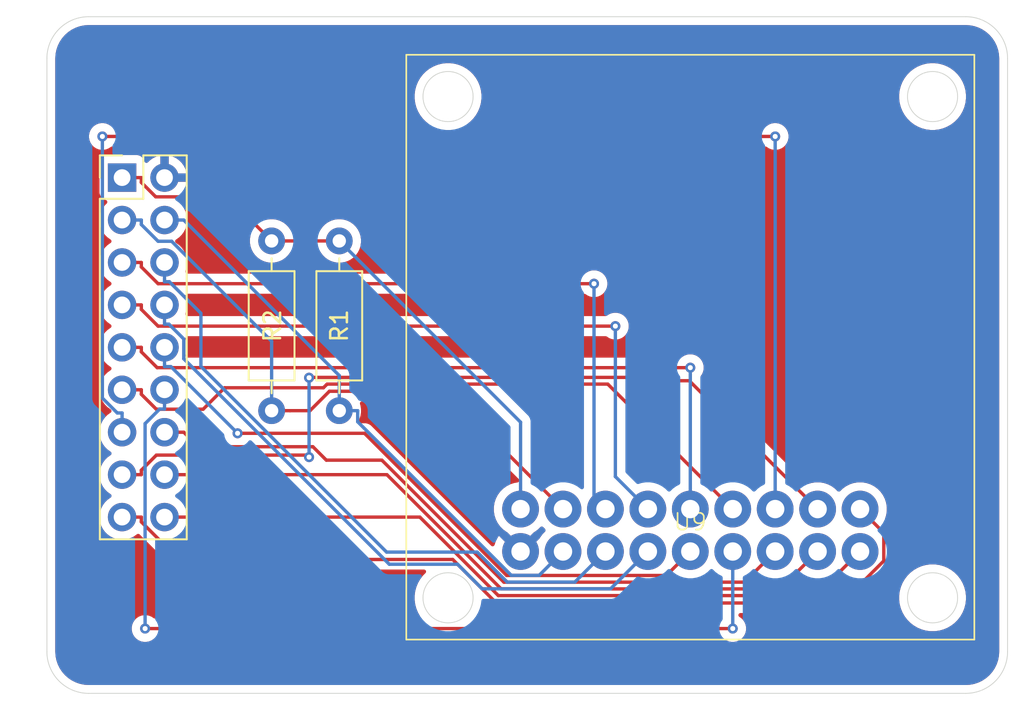
<source format=kicad_pcb>
(kicad_pcb (version 20241229) (generator "pcbnew") (generator_version "9.0")
  (layers (0 "F.Cu" signal) (2 "B.Cu" signal) (13 "F.Paste" user) (15 "B.Paste" user) (5 "F.SilkS" user "F.Silkscreen") (7 "B.SilkS" user "B.Silkscreen") (1 "F.Mask" user) (3 "B.Mask" user) (25 "Edge.Cuts" user))
  (net 0 "")
  (net 1 "GND")
  (net 2 "+3.3V")
  (net 3 "D1")
  (net 4 "PWDN")
  (net 5 "D2")
  (net 6 "D4")
  (net 7 "D5")
  (net 8 "D7")
  (net 9 "PCLK")
  (net 10 "SOIC")
  (net 11 "D6")
  (net 12 "HREF")
  (net 13 "SOID")
  (net 14 "XCLK")
  (net 15 "D3")
  (net 16 "D0")
  (net 17 "VSYNC")
  (net 18 "RESET")
  (footprint "Connector_PinHeader_2.54mm:PinHeader_2x09_P2.54mm_Vertical" (layer "F.Cu") (at 137.5 52.63)
    (property "Reference" "J1" (hide yes))
    (property "Value" "Conn_02x09_Odd_Even")
    (fp_line (start -1.33 -1.33) (end 0 -1.33) (stroke (width 0.12)) (layer "F.SilkS"))
    (fp_line (start -1.33 0) (end -1.33 -1.33) (stroke (width 0.12)) (layer "F.SilkS"))
    (fp_line (start -1.33 1.27) (end -1.33 21.65) (stroke (width 0.12)) (layer "F.SilkS"))
    (fp_line (start -1.33 1.27) (end 1.27 1.27) (stroke (width 0.12)) (layer "F.SilkS"))
    (fp_line (start -1.33 21.65) (end 3.87 21.65) (stroke (width 0.12)) (layer "F.SilkS"))
    (fp_line (start 1.27 -1.33) (end 3.87 -1.33) (stroke (width 0.12)) (layer "F.SilkS"))
    (fp_line (start 1.27 1.27) (end 1.27 -1.33) (stroke (width 0.12)) (layer "F.SilkS"))
    (fp_line (start 3.87 -1.33) (end 3.87 21.65) (stroke (width 0.12)) (layer "F.SilkS"))
    (pad "1" thru_hole rect (at 0 0) (size 1.7 1.7) (drill 1) (layers "*.Cu" "*.Mask") (net 2 "+3.3V"))
    (pad "2" thru_hole oval (at 2.54 0) (size 1.7 1.7) (drill 1) (layers "*.Cu" "*.Mask") (net 1 "GND"))
    (pad "3" thru_hole oval (at 0 2.54) (size 1.7 1.7) (drill 1) (layers "*.Cu" "*.Mask") (net 10 "SOIC"))
    (pad "4" thru_hole oval (at 2.54 2.54) (size 1.7 1.7) (drill 1) (layers "*.Cu" "*.Mask") (net 13 "SOID"))
    (pad "5" thru_hole oval (at 0 5.08) (size 1.7 1.7) (drill 1) (layers "*.Cu" "*.Mask") (net 17 "VSYNC"))
    (pad "6" thru_hole oval (at 2.54 5.08) (size 1.7 1.7) (drill 1) (layers "*.Cu" "*.Mask") (net 12 "HREF"))
    (pad "7" thru_hole oval (at 0 7.62) (size 1.7 1.7) (drill 1) (layers "*.Cu" "*.Mask") (net 9 "PCLK"))
    (pad "8" thru_hole oval (at 2.54 7.62) (size 1.7 1.7) (drill 1) (layers "*.Cu" "*.Mask") (net 14 "XCLK"))
    (pad "9" thru_hole oval (at 0 10.16) (size 1.7 1.7) (drill 1) (layers "*.Cu" "*.Mask") (net 8 "D7"))
    (pad "10" thru_hole oval (at 2.54 10.16) (size 1.7 1.7) (drill 1) (layers "*.Cu" "*.Mask") (net 11 "D6"))
    (pad "11" thru_hole oval (at 0 12.7) (size 1.7 1.7) (drill 1) (layers "*.Cu" "*.Mask") (net 7 "D5"))
    (pad "12" thru_hole oval (at 2.54 12.7) (size 1.7 1.7) (drill 1) (layers "*.Cu" "*.Mask") (net 6 "D4"))
    (pad "13" thru_hole oval (at 0 15.24) (size 1.7 1.7) (drill 1) (layers "*.Cu" "*.Mask") (net 15 "D3"))
    (pad "14" thru_hole oval (at 2.54 15.24) (size 1.7 1.7) (drill 1) (layers "*.Cu" "*.Mask") (net 5 "D2"))
    (pad "15" thru_hole oval (at 0 17.78) (size 1.7 1.7) (drill 1) (layers "*.Cu" "*.Mask") (net 3 "D1"))
    (pad "16" thru_hole oval (at 2.54 17.78) (size 1.7 1.7) (drill 1) (layers "*.Cu" "*.Mask") (net 16 "D0"))
    (pad "17" thru_hole oval (at 0 20.32) (size 1.7 1.7) (drill 1) (layers "*.Cu" "*.Mask") (net 18 "RESET"))
    (pad "18" thru_hole oval (at 2.54 20.32) (size 1.7 1.7) (drill 1) (layers "*.Cu" "*.Mask") (net 4 "PWDN"))
  )
  (footprint "Resistor_THT:R_Axial_DIN0207_L6.3mm_D2.5mm_P10.16mm_Horizontal" (layer "F.Cu") (at 146.45 56.42 -90)
    (property "Reference" "R2" (at 5.08 -0.05 90) (layer "F.SilkS"))
    (property "Value" "4.7k")
    (fp_line (start 1.81 1.37) (end 8.35 1.37) (stroke (width 0.12)) (layer "F.SilkS"))
    (fp_line (start 8.35 1.37) (end 8.35 -1.37) (stroke (width 0.12)) (layer "F.SilkS"))
    (fp_line (start 1.04 0) (end 1.81 0) (stroke (width 0.12)) (layer "F.SilkS"))
    (fp_line (start 9.12 0) (end 8.35 0) (stroke (width 0.12)) (layer "F.SilkS"))
    (fp_line (start 1.81 -1.37) (end 1.81 1.37) (stroke (width 0.12)) (layer "F.SilkS"))
    (fp_line (start 8.35 -1.37) (end 1.81 -1.37) (stroke (width 0.12)) (layer "F.SilkS"))
    (pad "1" thru_hole circle (at 0 0 270) (size 1.6 1.6) (drill 0.8) (layers "*.Cu" "*.Mask") (net 2 "+3.3V"))
    (pad "2" thru_hole oval (at 10.16 0 270) (size 1.6 1.6) (drill 0.8) (layers "*.Cu" "*.Mask") (net 10 "SOIC"))
  )
  (footprint "Propia:OV7670" (layer "F.Cu") (at 171.51 73.74)
    (property "Reference" "U9" (at 0 -0.5 0) (layer "F.SilkS") (effects (font (thickness 0.1))))
    (property "Value" "~")
    (fp_line (start -17 -28.46) (end -17 6.54) (stroke (width 0.1)) (layer "F.SilkS"))
    (fp_line (start -17 6.54) (end 17 6.54) (stroke (width 0.1)) (layer "F.SilkS"))
    (fp_line (start 17 -28.46) (end -17 -28.46) (stroke (width 0.1)) (layer "F.SilkS"))
    (fp_line (start 17 6.54) (end 17 -28.46) (stroke (width 0.1)) (layer "F.SilkS"))
    (fp_circle (center -14.5 -25.96) (end -13 -25.96) (stroke (width 0.05)) (fill no) (layer "Edge.Cuts"))
    (fp_circle (center -14.5 4.04) (end -13 4.04) (stroke (width 0.05)) (fill no) (layer "Edge.Cuts"))
    (fp_circle (center 14.5 -25.96) (end 16 -25.96) (stroke (width 0.05)) (fill no) (layer "Edge.Cuts"))
    (fp_circle (center 14.5 4.04) (end 16 4.04) (stroke (width 0.05)) (fill no) (layer "Edge.Cuts"))
    (pad "1" thru_hole circle (at -10.16 -1.27) (size 2.2 2.2) (drill 1.1) (layers "*.Cu" "*.Mask") (net 2 "+3.3V"))
    (pad "2" thru_hole circle (at -10.16 1.27) (size 2.2 2.2) (drill 1.1) (layers "*.Cu" "*.Mask") (net 1 "GND"))
    (pad "3" thru_hole circle (at -7.62 -1.27) (size 2.2 2.2) (drill 1.1) (layers "*.Cu" "*.Mask") (net 10 "SOIC"))
    (pad "4" thru_hole circle (at -7.62 1.27) (size 2.2 2.2) (drill 1.1) (layers "*.Cu" "*.Mask") (net 13 "SOID"))
    (pad "5" thru_hole circle (at -5.08 -1.27) (size 2.2 2.2) (drill 1.1) (layers "*.Cu" "*.Mask") (net 17 "VSYNC"))
    (pad "6" thru_hole circle (at -5.08 1.27) (size 2.2 2.2) (drill 1.1) (layers "*.Cu" "*.Mask") (net 12 "HREF"))
    (pad "7" thru_hole circle (at -2.54 -1.27) (size 2.2 2.2) (drill 1.1) (layers "*.Cu" "*.Mask") (net 9 "PCLK"))
    (pad "8" thru_hole circle (at -2.54 1.27) (size 2.2 2.2) (drill 1.1) (layers "*.Cu" "*.Mask") (net 14 "XCLK"))
    (pad "9" thru_hole circle (at 0 -1.27) (size 2.2 2.2) (drill 1.1) (layers "*.Cu" "*.Mask") (net 8 "D7"))
    (pad "10" thru_hole circle (at 0 1.27) (size 2.2 2.2) (drill 1.1) (layers "*.Cu" "*.Mask") (net 11 "D6"))
    (pad "11" thru_hole circle (at 2.54 -1.27) (size 2.2 2.2) (drill 1.1) (layers "*.Cu" "*.Mask") (net 7 "D5"))
    (pad "12" thru_hole circle (at 2.54 1.27) (size 2.2 2.2) (drill 1.1) (layers "*.Cu" "*.Mask") (net 6 "D4"))
    (pad "13" thru_hole circle (at 5.08 -1.27) (size 2.2 2.2) (drill 1.1) (layers "*.Cu" "*.Mask") (net 15 "D3"))
    (pad "14" thru_hole circle (at 5.08 1.27) (size 2.2 2.2) (drill 1.1) (layers "*.Cu" "*.Mask") (net 5 "D2"))
    (pad "15" thru_hole circle (at 7.62 -1.27) (size 2.2 2.2) (drill 1.1) (layers "*.Cu" "*.Mask") (net 3 "D1"))
    (pad "16" thru_hole circle (at 7.62 1.27) (size 2.2 2.2) (drill 1.1) (layers "*.Cu" "*.Mask") (net 16 "D0"))
    (pad "17" thru_hole circle (at 10.16 -1.27) (size 2.2 2.2) (drill 1.1) (layers "*.Cu" "*.Mask") (net 18 "RESET"))
    (pad "18" thru_hole circle (at 10.16 1.27) (size 2.2 2.2) (drill 1.1) (layers "*.Cu" "*.Mask") (net 4 "PWDN"))
  )
  (footprint "Resistor_THT:R_Axial_DIN0207_L6.3mm_D2.5mm_P10.16mm_Horizontal" (layer "F.Cu") (at 150.5 56.42 -90)
    (property "Reference" "R1" (at 5.08 0 90) (layer "F.SilkS"))
    (property "Value" "4.7k")
    (fp_line (start 1.81 1.37) (end 8.35 1.37) (stroke (width 0.12)) (layer "F.SilkS"))
    (fp_line (start 8.35 1.37) (end 8.35 -1.37) (stroke (width 0.12)) (layer "F.SilkS"))
    (fp_line (start 1.04 0) (end 1.81 0) (stroke (width 0.12)) (layer "F.SilkS"))
    (fp_line (start 9.12 0) (end 8.35 0) (stroke (width 0.12)) (layer "F.SilkS"))
    (fp_line (start 1.81 -1.37) (end 1.81 1.37) (stroke (width 0.12)) (layer "F.SilkS"))
    (fp_line (start 8.35 -1.37) (end 1.81 -1.37) (stroke (width 0.12)) (layer "F.SilkS"))
    (pad "1" thru_hole circle (at 0 0 270) (size 1.6 1.6) (drill 0.8) (layers "*.Cu" "*.Mask") (net 2 "+3.3V"))
    (pad "2" thru_hole oval (at 10.16 0 270) (size 1.6 1.6) (drill 0.8) (layers "*.Cu" "*.Mask") (net 13 "SOID"))
  )
  (gr_arc (start 188 43) (mid 189.767767 43.732233) (end 190.5 45.5) (stroke (width 0.05)) (layer "Edge.Cuts"))
  (gr_arc (start 133 45.5) (mid 133.732233 43.732233) (end 135.5 43) (stroke (width 0.05)) (layer "Edge.Cuts"))
  (gr_line (start 190.5 45.5) (end 190.5 81) (stroke (width 0.05)) (layer "Edge.Cuts"))
  (gr_line (start 133 81) (end 133 45.5) (stroke (width 0.05)) (layer "Edge.Cuts"))
  (gr_arc (start 190.5 81) (mid 189.767767 82.767767) (end 188 83.5) (stroke (width 0.05)) (layer "Edge.Cuts"))
  (gr_line (start 135.5 43) (end 188 43) (stroke (width 0.05)) (layer "Edge.Cuts"))
  (gr_arc (start 135.5 83.5) (mid 133.732233 82.767767) (end 133 81) (stroke (width 0.05)) (layer "Edge.Cuts"))
  (gr_line (start 188 83.5) (end 135.5 83.5) (stroke (width 0.05)) (layer "Edge.Cuts"))
  (segment (start 137.5 52.63) (end 138.6517 52.63) (width 0.2) (layer "F.Cu") (net 2))
  (segment (start 143.8117 53.7817) (end 139.5154 53.7817) (width 0.2) (layer "F.Cu") (net 2))
  (segment (start 138.6517 52.918) (end 138.6517 52.63) (width 0.2) (layer "F.Cu") (net 2))
  (segment (start 139.5154 53.7817) (end 138.6517 52.918) (width 0.2) (layer "F.Cu") (net 2))
  (segment (start 150.5 56.42) (end 146.45 56.42) (width 0.2) (layer "F.Cu") (net 2))
  (segment (start 146.45 56.42) (end 143.8117 53.7817) (width 0.2) (layer "F.Cu") (net 2))
  (segment (start 161.35 67.27) (end 150.5 56.42) (width 0.2) (layer "B.Cu") (net 2))
  (segment (start 161.35 72.47) (end 161.35 67.27) (width 0.2) (layer "B.Cu") (net 2))
  (segment (start 139.553 69.2402) (end 138.6517 70.1415) (width 0.2) (layer "F.Cu") (net 3))
  (segment (start 170.6429 64.7887) (end 170.4427 64.5885) (width 0.2) (layer "F.Cu") (net 3))
  (segment (start 138.6517 70.1415) (end 138.6517 70.41) (width 0.2) (layer "F.Cu") (net 3))
  (segment (start 148.7109 64.5885) (end 148.6918 64.6076) (width 0.2) (layer "F.Cu") (net 3))
  (segment (start 148.6917 69.3606) (end 148.5713 69.2402) (width 0.2) (layer "F.Cu") (net 3))
  (segment (start 179.13 72.47) (end 171.4487 64.7887) (width 0.2) (layer "F.Cu") (net 3))
  (segment (start 170.4427 64.5885) (end 148.7109 64.5885) (width 0.2) (layer "F.Cu") (net 3))
  (segment (start 137.5 70.41) (end 138.6517 70.41) (width 0.2) (layer "F.Cu") (net 3))
  (segment (start 171.4487 64.7887) (end 170.6429 64.7887) (width 0.2) (layer "F.Cu") (net 3))
  (segment (start 148.5713 69.2402) (end 139.553 69.2402) (width 0.2) (layer "F.Cu") (net 3))
  (via (at 148.6917 69.3606) (size 0.6) (drill 0.3) (layers "F.Cu" "B.Cu") (net 3))
  (via (at 148.6918 64.6076) (size 0.6) (drill 0.3) (layers "F.Cu" "B.Cu") (net 3))
  (segment (start 148.6918 69.3606) (end 148.6918 64.6076) (width 0.2) (layer "B.Cu") (net 3))
  (segment (start 148.6917 69.3606) (end 148.6918 69.3606) (width 0.2) (layer "B.Cu") (net 3))
  (segment (start 140.04 72.95) (end 155.321 72.95) (width 0.2) (layer "F.Cu") (net 4))
  (segment (start 179.0312 77.6488) (end 181.67 75.01) (width 0.2) (layer "F.Cu") (net 4))
  (segment (start 155.321 72.95) (end 160.0198 77.6488) (width 0.2) (layer "F.Cu") (net 4))
  (segment (start 160.0198 77.6488) (end 179.0312 77.6488) (width 0.2) (layer "F.Cu") (net 4))
  (segment (start 160.3524 76.8454) (end 153.0487 69.5417) (width 0.2) (layer "F.Cu") (net 5))
  (segment (start 176.59 75.01) (end 174.7546 76.8454) (width 0.2) (layer "F.Cu") (net 5))
  (segment (start 148.9203 68.7383) (end 142.06 68.7383) (width 0.2) (layer "F.Cu") (net 5))
  (segment (start 153.0487 69.5417) (end 149.7237 69.5417) (width 0.2) (layer "F.Cu") (net 5))
  (segment (start 140.04 67.87) (end 141.1917 67.87) (width 0.2) (layer "F.Cu") (net 5))
  (segment (start 149.7237 69.5417) (end 148.9203 68.7383) (width 0.2) (layer "F.Cu") (net 5))
  (segment (start 142.06 68.7383) (end 141.1917 67.87) (width 0.2) (layer "F.Cu") (net 5))
  (segment (start 174.7546 76.8454) (end 160.3524 76.8454) (width 0.2) (layer "F.Cu") (net 5))
  (segment (start 138.8771 79.6222) (end 174.05 79.6222) (width 0.2) (layer "F.Cu") (net 6))
  (via (at 174.05 79.6222) (size 0.6) (drill 0.3) (layers "F.Cu" "B.Cu") (net 6))
  (via (at 138.8771 79.6222) (size 0.6) (drill 0.3) (layers "F.Cu" "B.Cu") (net 6))
  (segment (start 140.04 65.33) (end 140.04 66.4817) (width 0.2) (layer "B.Cu") (net 6))
  (segment (start 174.05 75.01) (end 174.05 79.6222) (width 0.2) (layer "B.Cu") (net 6))
  (segment (start 139.7521 66.4817) (end 138.8771 67.3567) (width 0.2) (layer "B.Cu") (net 6))
  (segment (start 140.04 66.4817) (end 139.7521 66.4817) (width 0.2) (layer "B.Cu") (net 6))
  (segment (start 138.8771 67.3567) (end 138.8771 79.6222) (width 0.2) (layer "B.Cu") (net 6))
  (segment (start 149.7689 64.9902) (end 149.5498 65.2093) (width 0.2) (layer "F.Cu") (net 7))
  (segment (start 138.6517 65.5985) (end 138.6517 65.33) (width 0.2) (layer "F.Cu") (net 7))
  (segment (start 137.5 65.33) (end 138.6517 65.33) (width 0.2) (layer "F.Cu") (net 7))
  (segment (start 149.5498 65.2093) (end 143.6356 65.2093) (width 0.2) (layer "F.Cu") (net 7))
  (segment (start 143.6356 65.2093) (end 142.3518 66.4931) (width 0.2) (layer "F.Cu") (net 7))
  (segment (start 139.5463 66.4931) (end 138.6517 65.5985) (width 0.2) (layer "F.Cu") (net 7))
  (segment (start 166.5702 64.9902) (end 149.7689 64.9902) (width 0.2) (layer "F.Cu") (net 7))
  (segment (start 142.3518 66.4931) (end 139.5463 66.4931) (width 0.2) (layer "F.Cu") (net 7))
  (segment (start 174.05 72.47) (end 166.5702 64.9902) (width 0.2) (layer "F.Cu") (net 7))
  (segment (start 139.5991 64.0059) (end 171.51 64.0059) (width 0.2) (layer "F.Cu") (net 8))
  (segment (start 138.6517 62.79) (end 138.6517 63.0585) (width 0.2) (layer "F.Cu") (net 8))
  (segment (start 137.5 62.79) (end 138.6517 62.79) (width 0.2) (layer "F.Cu") (net 8))
  (segment (start 138.6517 63.0585) (end 139.5991 64.0059) (width 0.2) (layer "F.Cu") (net 8))
  (via (at 171.51 64.0059) (size 0.6) (drill 0.3) (layers "F.Cu" "B.Cu") (net 8))
  (segment (start 171.51 72.47) (end 171.51 64.0059) (width 0.2) (layer "B.Cu") (net 8))
  (segment (start 139.6532 61.52) (end 167.025 61.52) (width 0.2) (layer "F.Cu") (net 9))
  (segment (start 137.5 60.25) (end 138.6517 60.25) (width 0.2) (layer "F.Cu") (net 9))
  (segment (start 138.6517 60.25) (end 138.6517 60.5185) (width 0.2) (layer "F.Cu") (net 9))
  (segment (start 138.6517 60.5185) (end 139.6532 61.52) (width 0.2) (layer "F.Cu") (net 9))
  (via (at 167.025 61.52) (size 0.6) (drill 0.3) (layers "F.Cu" "B.Cu") (net 9))
  (segment (start 167.025 70.525) (end 168.97 72.47) (width 0.2) (layer "B.Cu") (net 9))
  (segment (start 167.025 61.52) (end 167.025 70.525) (width 0.2) (layer "B.Cu") (net 9))
  (segment (start 148.7471 66.58) (end 149.9083 65.4188) (width 0.2) (layer "F.Cu") (net 10))
  (segment (start 156.8388 65.4188) (end 163.89 72.47) (width 0.2) (layer "F.Cu") (net 10))
  (segment (start 146.45 66.58) (end 147.5517 66.58) (width 0.2) (layer "F.Cu") (net 10))
  (segment (start 147.5517 66.58) (end 148.7471 66.58) (width 0.2) (layer "F.Cu") (net 10))
  (segment (start 149.9083 65.4188) (end 156.8388 65.4188) (width 0.2) (layer "F.Cu") (net 10))
  (segment (start 140.4638 56.44) (end 146.45 62.4262) (width 0.2) (layer "B.Cu") (net 10))
  (segment (start 137.5 55.17) (end 138.6517 55.17) (width 0.2) (layer "B.Cu") (net 10))
  (segment (start 146.45 62.4262) (end 146.45 66.58) (width 0.2) (layer "B.Cu") (net 10))
  (segment (start 138.6517 55.4385) (end 139.6532 56.44) (width 0.2) (layer "B.Cu") (net 10))
  (segment (start 138.6517 55.17) (end 138.6517 55.4385) (width 0.2) (layer "B.Cu") (net 10))
  (segment (start 139.6532 56.44) (end 140.4638 56.44) (width 0.2) (layer "B.Cu") (net 10))
  (segment (start 170.0763 76.4437) (end 160.5187 76.4437) (width 0.2) (layer "F.Cu") (net 11))
  (segment (start 160.5187 76.4437) (end 152.0097 67.9347) (width 0.2) (layer "F.Cu") (net 11))
  (segment (start 152.0097 67.9347) (end 144.4123 67.9347) (width 0.2) (layer "F.Cu") (net 11))
  (segment (start 171.51 75.01) (end 170.0763 76.4437) (width 0.2) (layer "F.Cu") (net 11))
  (via (at 144.4123 67.9347) (size 0.6) (drill 0.3) (layers "F.Cu" "B.Cu") (net 11))
  (segment (start 140.4193 63.9417) (end 140.04 63.9417) (width 0.2) (layer "B.Cu") (net 11))
  (segment (start 144.4123 67.9347) (end 140.4193 63.9417) (width 0.2) (layer "B.Cu") (net 11))
  (segment (start 140.04 62.79) (end 140.04 63.9417) (width 0.2) (layer "B.Cu") (net 11))
  (segment (start 164.6002 76.8398) (end 166.43 75.01) (width 0.2) (layer "B.Cu") (net 12))
  (segment (start 142.2182 60.7519) (end 142.2182 63.9315) (width 0.2) (layer "B.Cu") (net 12))
  (segment (start 140.328 58.8617) (end 142.2182 60.7519) (width 0.2) (layer "B.Cu") (net 12))
  (segment (start 153.3319 75.0452) (end 158.7547 75.0452) (width 0.2) (layer "B.Cu") (net 12))
  (segment (start 142.2182 63.9315) (end 153.3319 75.0452) (width 0.2) (layer "B.Cu") (net 12))
  (segment (start 140.04 58.8617) (end 140.328 58.8617) (width 0.2) (layer "B.Cu") (net 12))
  (segment (start 160.5493 76.8398) (end 164.6002 76.8398) (width 0.2) (layer "B.Cu") (net 12))
  (segment (start 140.04 57.71) (end 140.04 58.8617) (width 0.2) (layer "B.Cu") (net 12))
  (segment (start 158.7547 75.0452) (end 160.5493 76.8398) (width 0.2) (layer "B.Cu") (net 12))
  (segment (start 163.89 75.01) (end 162.4619 76.4381) (width 0.2) (layer "B.Cu") (net 13))
  (segment (start 162.4619 76.4381) (end 160.7958 76.4381) (width 0.2) (layer "B.Cu") (net 13))
  (segment (start 150.5 65.4783) (end 150.5 64.4783) (width 0.2) (layer "B.Cu") (net 13))
  (segment (start 140.04 55.17) (end 141.1917 55.17) (width 0.2) (layer "B.Cu") (net 13))
  (segment (start 150.5 66.58) (end 150.5 65.4783) (width 0.2) (layer "B.Cu") (net 13))
  (segment (start 160.7958 76.4381) (end 151.6017 67.244) (width 0.2) (layer "B.Cu") (net 13))
  (segment (start 151.6017 67.244) (end 151.6017 66.58) (width 0.2) (layer "B.Cu") (net 13))
  (segment (start 150.5 66.58) (end 151.6017 66.58) (width 0.2) (layer "B.Cu") (net 13))
  (segment (start 150.5 64.4783) (end 141.1917 55.17) (width 0.2) (layer "B.Cu") (net 13))
  (segment (start 140.3036 61.4017) (end 141.1917 62.2898) (width 0.2) (layer "B.Cu") (net 14))
  (segment (start 141.1917 62.2898) (end 141.1917 63.473) (width 0.2) (layer "B.Cu") (net 14))
  (segment (start 141.1917 63.473) (end 153.4905 75.7718) (width 0.2) (layer "B.Cu") (net 14))
  (segment (start 140.04 60.25) (end 140.04 61.4017) (width 0.2) (layer "B.Cu") (net 14))
  (segment (start 140.04 61.4017) (end 140.3036 61.4017) (width 0.2) (layer "B.Cu") (net 14))
  (segment (start 166.7385 77.2415) (end 168.97 75.01) (width 0.2) (layer "B.Cu") (net 14))
  (segment (start 159.0495 77.2415) (end 166.7385 77.2415) (width 0.2) (layer "B.Cu") (net 14))
  (segment (start 157.5798 75.7718) (end 159.0495 77.2415) (width 0.2) (layer "B.Cu") (net 14))
  (segment (start 153.4905 75.7718) (end 157.5798 75.7718) (width 0.2) (layer "B.Cu") (net 14))
  (segment (start 136.3198 50.1672) (end 176.59 50.1672) (width 0.2) (layer "F.Cu") (net 15))
  (via (at 176.59 50.1672) (size 0.6) (drill 0.3) (layers "F.Cu" "B.Cu") (net 15))
  (via (at 136.3198 50.1672) (size 0.6) (drill 0.3) (layers "F.Cu" "B.Cu") (net 15))
  (segment (start 137.5 67.87) (end 137.5 66.7183) (width 0.2) (layer "B.Cu") (net 15))
  (segment (start 176.59 72.47) (end 176.59 50.1672) (width 0.2) (layer "B.Cu") (net 15))
  (segment (start 136.3198 65.826) (end 136.3198 50.1672) (width 0.2) (layer "B.Cu") (net 15))
  (segment (start 137.5 66.7183) (end 137.2121 66.7183) (width 0.2) (layer "B.Cu") (net 15))
  (segment (start 137.2121 66.7183) (end 136.3198 65.826) (width 0.2) (layer "B.Cu") (net 15))
  (segment (start 153.349 70.41) (end 160.1861 77.2471) (width 0.2) (layer "F.Cu") (net 16))
  (segment (start 140.04 70.41) (end 153.349 70.41) (width 0.2) (layer "F.Cu") (net 16))
  (segment (start 160.1861 77.2471) (end 176.8929 77.2471) (width 0.2) (layer "F.Cu") (net 16))
  (segment (start 176.8929 77.2471) (end 179.13 75.01) (width 0.2) (layer "F.Cu") (net 16))
  (segment (start 137.5 57.71) (end 138.6517 57.71) (width 0.2) (layer "F.Cu") (net 17))
  (segment (start 138.6517 57.9785) (end 139.6532 58.98) (width 0.2) (layer "F.Cu") (net 17))
  (segment (start 138.6517 57.71) (end 138.6517 57.9785) (width 0.2) (layer "F.Cu") (net 17))
  (segment (start 139.6532 58.98) (end 165.7468 58.98) (width 0.2) (layer "F.Cu") (net 17))
  (via (at 165.7468 58.98) (size 0.6) (drill 0.3) (layers "F.Cu" "B.Cu") (net 17))
  (segment (start 165.7468 71.7868) (end 165.7468 58.98) (width 0.2) (layer "B.Cu") (net 17))
  (segment (start 166.43 72.47) (end 165.7468 71.7868) (width 0.2) (layer "B.Cu") (net 17))
  (segment (start 183.0904 73.8904) (end 181.67 72.47) (width 0.2) (layer "F.Cu") (net 18))
  (segment (start 140.901 75.4872) (end 157.2902 75.4872) (width 0.2) (layer "F.Cu") (net 18))
  (segment (start 183.0904 75.5731) (end 183.0904 73.8904) (width 0.2) (layer "F.Cu") (net 18))
  (segment (start 138.6517 72.95) (end 138.6517 73.2379) (width 0.2) (layer "F.Cu") (net 18))
  (segment (start 137.5 72.95) (end 138.6517 72.95) (width 0.2) (layer "F.Cu") (net 18))
  (segment (start 157.2902 75.4872) (end 159.8953 78.0923) (width 0.2) (layer "F.Cu") (net 18))
  (segment (start 180.5712 78.0923) (end 183.0904 75.5731) (width 0.2) (layer "F.Cu") (net 18))
  (segment (start 138.6517 73.2379) (end 140.901 75.4872) (width 0.2) (layer "F.Cu") (net 18))
  (segment (start 159.8953 78.0923) (end 180.5712 78.0923) (width 0.2) (layer "F.Cu") (net 18))
  (zone (net 1) (net_name "GND") (layers "F.Cu" "B.Cu") (connect_pads (clearance 0.5)) (min_thickness 0.25) (fill yes (thermal_gap 0.5) (thermal_bridge_width 0.5))
    (polygon (pts (xy 131.5 42) (xy 191.5 42) (xy 191.5 85) (xy 131.5 85)))
  )
)
</source>
